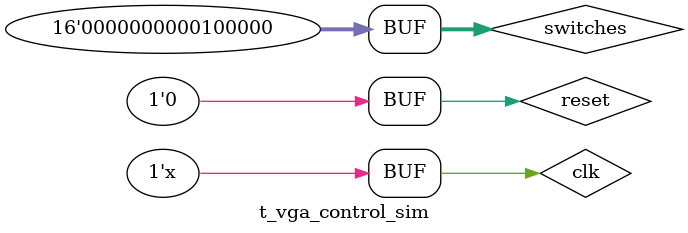
<source format=v>
`timescale 1ns / 1ps


module t_vga_control_sim(

    );
    reg clk;
    reg reset;
    reg [15:0] switches = 16'b0000000000100000;
    wire [9:0] out;
    vga_control vc(.clk(clk), .reset(reset), .switches(switches), .offset_out(out));
    
    always begin
        #10 clk = ~clk;
    end
    
    initial begin
    reset = 1;
    clk = 0;
    #10 reset = 0;
    end
    
    
endmodule

</source>
